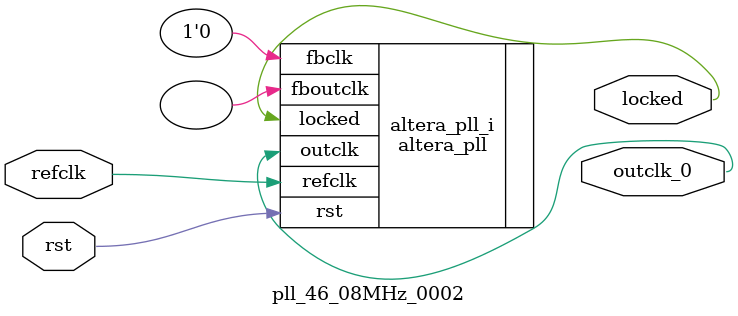
<source format=v>
`timescale 1ns/10ps
module  pll_46_08MHz_0002(

	// interface 'refclk'
	input wire refclk,

	// interface 'reset'
	input wire rst,

	// interface 'outclk0'
	output wire outclk_0,

	// interface 'locked'
	output wire locked
);

	altera_pll #(
		.fractional_vco_multiplier("true"),
		.reference_clock_frequency("50.0 MHz"),
		.operation_mode("direct"),
		.number_of_clocks(1),
		.output_clock_frequency0("46.080000 MHz"),
		.phase_shift0("0 ps"),
		.duty_cycle0(50),
		.output_clock_frequency1("0 MHz"),
		.phase_shift1("0 ps"),
		.duty_cycle1(50),
		.output_clock_frequency2("0 MHz"),
		.phase_shift2("0 ps"),
		.duty_cycle2(50),
		.output_clock_frequency3("0 MHz"),
		.phase_shift3("0 ps"),
		.duty_cycle3(50),
		.output_clock_frequency4("0 MHz"),
		.phase_shift4("0 ps"),
		.duty_cycle4(50),
		.output_clock_frequency5("0 MHz"),
		.phase_shift5("0 ps"),
		.duty_cycle5(50),
		.output_clock_frequency6("0 MHz"),
		.phase_shift6("0 ps"),
		.duty_cycle6(50),
		.output_clock_frequency7("0 MHz"),
		.phase_shift7("0 ps"),
		.duty_cycle7(50),
		.output_clock_frequency8("0 MHz"),
		.phase_shift8("0 ps"),
		.duty_cycle8(50),
		.output_clock_frequency9("0 MHz"),
		.phase_shift9("0 ps"),
		.duty_cycle9(50),
		.output_clock_frequency10("0 MHz"),
		.phase_shift10("0 ps"),
		.duty_cycle10(50),
		.output_clock_frequency11("0 MHz"),
		.phase_shift11("0 ps"),
		.duty_cycle11(50),
		.output_clock_frequency12("0 MHz"),
		.phase_shift12("0 ps"),
		.duty_cycle12(50),
		.output_clock_frequency13("0 MHz"),
		.phase_shift13("0 ps"),
		.duty_cycle13(50),
		.output_clock_frequency14("0 MHz"),
		.phase_shift14("0 ps"),
		.duty_cycle14(50),
		.output_clock_frequency15("0 MHz"),
		.phase_shift15("0 ps"),
		.duty_cycle15(50),
		.output_clock_frequency16("0 MHz"),
		.phase_shift16("0 ps"),
		.duty_cycle16(50),
		.output_clock_frequency17("0 MHz"),
		.phase_shift17("0 ps"),
		.duty_cycle17(50),
		.pll_type("General"),
		.pll_subtype("General")
	) altera_pll_i (
		.rst	(rst),
		.outclk	({outclk_0}),
		.locked	(locked),
		.fboutclk	( ),
		.fbclk	(1'b0),
		.refclk	(refclk)
	);
endmodule


</source>
